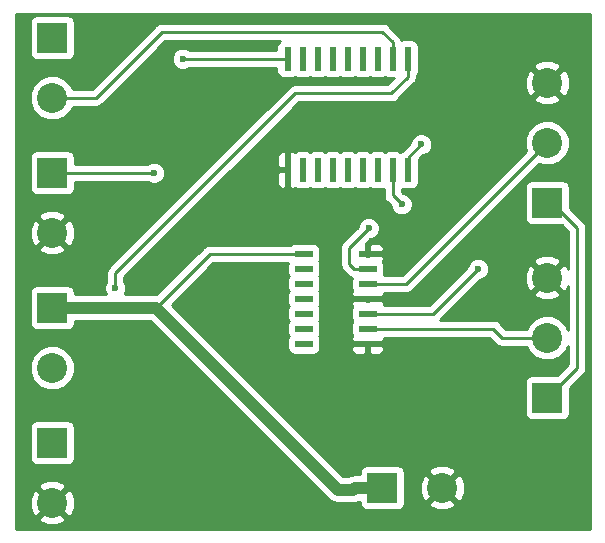
<source format=gbr>
G04 #@! TF.GenerationSoftware,KiCad,Pcbnew,5.0.0-fee4fd1~66~ubuntu16.04.1*
G04 #@! TF.CreationDate,2018-09-27T13:50:44+02:00*
G04 #@! TF.ProjectId,LedDimmer_ESP8266,4C656444696D6D65725F455350383236,rev?*
G04 #@! TF.SameCoordinates,Original*
G04 #@! TF.FileFunction,Copper,L2,Bot,Signal*
G04 #@! TF.FilePolarity,Positive*
%FSLAX46Y46*%
G04 Gerber Fmt 4.6, Leading zero omitted, Abs format (unit mm)*
G04 Created by KiCad (PCBNEW 5.0.0-fee4fd1~66~ubuntu16.04.1) date Thu Sep 27 13:50:44 2018*
%MOMM*%
%LPD*%
G01*
G04 APERTURE LIST*
G04 #@! TA.AperFunction,ComponentPad*
%ADD10R,2.540000X2.540000*%
G04 #@! TD*
G04 #@! TA.AperFunction,ComponentPad*
%ADD11C,2.540000*%
G04 #@! TD*
G04 #@! TA.AperFunction,SMDPad,CuDef*
%ADD12R,0.600000X2.000000*%
G04 #@! TD*
G04 #@! TA.AperFunction,SMDPad,CuDef*
%ADD13R,1.500000X0.600000*%
G04 #@! TD*
G04 #@! TA.AperFunction,ViaPad*
%ADD14C,0.600000*%
G04 #@! TD*
G04 #@! TA.AperFunction,Conductor*
%ADD15C,0.250000*%
G04 #@! TD*
G04 #@! TA.AperFunction,Conductor*
%ADD16C,1.000000*%
G04 #@! TD*
G04 #@! TA.AperFunction,Conductor*
%ADD17C,0.254000*%
G04 #@! TD*
G04 APERTURE END LIST*
D10*
G04 #@! TO.P,5VIN1,1*
G04 #@! TO.N,VCC*
X172720000Y-116840000D03*
D11*
G04 #@! TO.P,5VIN1,2*
G04 #@! TO.N,GND*
X177800000Y-116840000D03*
G04 #@! TD*
D10*
G04 #@! TO.P,BT1,1*
G04 #@! TO.N,/BTN1*
X144780000Y-113030000D03*
D11*
G04 #@! TO.P,BT1,2*
G04 #@! TO.N,GND*
X144780000Y-118110000D03*
G04 #@! TD*
D10*
G04 #@! TO.P,BT2,1*
G04 #@! TO.N,/BTN2*
X144780000Y-90170000D03*
D11*
G04 #@! TO.P,BT2,2*
G04 #@! TO.N,GND*
X144780000Y-95250000D03*
G04 #@! TD*
D12*
G04 #@! TO.P,IC1,1*
G04 #@! TO.N,/L1*
X174879000Y-89917000D03*
G04 #@! TO.P,IC1,2*
G04 #@! TO.N,/L2*
X173609000Y-89917000D03*
G04 #@! TO.P,IC1,3*
G04 #@! TO.N,Net-(IC1-Pad3)*
X172339000Y-89917000D03*
G04 #@! TO.P,IC1,4*
G04 #@! TO.N,Net-(IC1-Pad4)*
X171069000Y-89917000D03*
G04 #@! TO.P,IC1,5*
G04 #@! TO.N,Net-(IC1-Pad5)*
X169799000Y-89917000D03*
G04 #@! TO.P,IC1,6*
G04 #@! TO.N,Net-(IC1-Pad6)*
X168529000Y-89917000D03*
G04 #@! TO.P,IC1,7*
G04 #@! TO.N,Net-(IC1-Pad7)*
X167259000Y-89917000D03*
G04 #@! TO.P,IC1,8*
G04 #@! TO.N,Net-(IC1-Pad8)*
X165989000Y-89917000D03*
G04 #@! TO.P,IC1,9*
G04 #@! TO.N,GND*
X164719000Y-89917000D03*
G04 #@! TO.P,IC1,10*
G04 #@! TO.N,VCC*
X164719000Y-80517000D03*
G04 #@! TO.P,IC1,11*
G04 #@! TO.N,Net-(IC1-Pad11)*
X165989000Y-80517000D03*
G04 #@! TO.P,IC1,12*
G04 #@! TO.N,Net-(IC1-Pad12)*
X167259000Y-80517000D03*
G04 #@! TO.P,IC1,13*
G04 #@! TO.N,Net-(IC1-Pad13)*
X168529000Y-80517000D03*
G04 #@! TO.P,IC1,14*
G04 #@! TO.N,Net-(IC1-Pad14)*
X169799000Y-80517000D03*
G04 #@! TO.P,IC1,15*
G04 #@! TO.N,Net-(IC1-Pad15)*
X171069000Y-80517000D03*
G04 #@! TO.P,IC1,16*
G04 #@! TO.N,Net-(IC1-Pad16)*
X172339000Y-80517000D03*
G04 #@! TO.P,IC1,17*
G04 #@! TO.N,/LED2*
X173609000Y-80517000D03*
G04 #@! TO.P,IC1,18*
G04 #@! TO.N,/LED1*
X174879000Y-80517000D03*
G04 #@! TD*
D10*
G04 #@! TO.P,LED_BT1,1*
G04 #@! TO.N,VCC*
X144780000Y-101600000D03*
D11*
G04 #@! TO.P,LED_BT1,2*
G04 #@! TO.N,/LED1*
X144780000Y-106680000D03*
G04 #@! TD*
D10*
G04 #@! TO.P,LED_BT2,1*
G04 #@! TO.N,VCC*
X144780000Y-78740000D03*
D11*
G04 #@! TO.P,LED_BT2,2*
G04 #@! TO.N,/LED2*
X144780000Y-83820000D03*
G04 #@! TD*
D10*
G04 #@! TO.P,LED_STRIP_1,1*
G04 #@! TO.N,VCC*
X186690000Y-92710000D03*
D11*
G04 #@! TO.P,LED_STRIP_1,2*
G04 #@! TO.N,/OUT1*
X186690000Y-87630000D03*
G04 #@! TO.P,LED_STRIP_1,3*
G04 #@! TO.N,GND*
X186690000Y-82550000D03*
G04 #@! TD*
D10*
G04 #@! TO.P,LED_STRIP_2,1*
G04 #@! TO.N,VCC*
X186690000Y-109220000D03*
D11*
G04 #@! TO.P,LED_STRIP_2,2*
G04 #@! TO.N,/OUT2*
X186690000Y-104140000D03*
G04 #@! TO.P,LED_STRIP_2,3*
G04 #@! TO.N,GND*
X186690000Y-99060000D03*
G04 #@! TD*
D13*
G04 #@! TO.P,U3,1*
G04 #@! TO.N,GND*
X171483000Y-97028000D03*
G04 #@! TO.P,U3,2*
G04 #@! TO.N,/O1*
X171483000Y-98298000D03*
G04 #@! TO.P,U3,3*
G04 #@! TO.N,/OUT1*
X171483000Y-99568000D03*
G04 #@! TO.P,U3,4*
G04 #@! TO.N,GND*
X171483000Y-100838000D03*
G04 #@! TO.P,U3,5*
G04 #@! TO.N,/O2*
X171483000Y-102108000D03*
G04 #@! TO.P,U3,6*
G04 #@! TO.N,/OUT2*
X171483000Y-103378000D03*
G04 #@! TO.P,U3,7*
G04 #@! TO.N,GND*
X171483000Y-104648000D03*
G04 #@! TO.P,U3,8*
G04 #@! TO.N,Net-(U3-Pad8)*
X166083000Y-104648000D03*
G04 #@! TO.P,U3,9*
G04 #@! TO.N,Net-(U3-Pad9)*
X166083000Y-103378000D03*
G04 #@! TO.P,U3,10*
G04 #@! TO.N,Net-(U3-Pad10)*
X166083000Y-102108000D03*
G04 #@! TO.P,U3,11*
G04 #@! TO.N,Net-(U3-Pad11)*
X166083000Y-100838000D03*
G04 #@! TO.P,U3,12*
G04 #@! TO.N,Net-(U3-Pad12)*
X166083000Y-99568000D03*
G04 #@! TO.P,U3,13*
G04 #@! TO.N,Net-(U3-Pad13)*
X166083000Y-98298000D03*
G04 #@! TO.P,U3,14*
G04 #@! TO.N,VCC*
X166083000Y-97028000D03*
G04 #@! TD*
D14*
G04 #@! TO.N,/BTN2*
X153416000Y-90170000D03*
G04 #@! TO.N,/L1*
X176022000Y-87757000D03*
G04 #@! TO.N,/L2*
X174371000Y-92837000D03*
G04 #@! TO.N,/LED1*
X150114000Y-99949000D03*
G04 #@! TO.N,/O2*
X180848000Y-98298000D03*
G04 #@! TO.N,/O1*
X171577000Y-94869000D03*
G04 #@! TO.N,VCC*
X155829000Y-80518000D03*
G04 #@! TD*
D15*
G04 #@! TO.N,GND*
X144780000Y-95250000D02*
X144526000Y-95250000D01*
G04 #@! TO.N,/BTN2*
X144780000Y-90170000D02*
X153416000Y-90170000D01*
G04 #@! TO.N,/L1*
X174879000Y-88900000D02*
X174879000Y-89917000D01*
X176022000Y-87757000D02*
X174879000Y-88900000D01*
G04 #@! TO.N,/L2*
X173609000Y-92075000D02*
X173609000Y-89917000D01*
X174371000Y-92837000D02*
X173609000Y-92075000D01*
G04 #@! TO.N,/LED2*
X144780000Y-83820000D02*
X148463000Y-83820000D01*
X173609000Y-79121000D02*
X173609000Y-80517000D01*
X172720000Y-78232000D02*
X173609000Y-79121000D01*
X154051000Y-78232000D02*
X172720000Y-78232000D01*
X148463000Y-83820000D02*
X154051000Y-78232000D01*
G04 #@! TO.N,/LED1*
X174879000Y-80517000D02*
X174879000Y-82042000D01*
X150114000Y-98679000D02*
X150114000Y-99949000D01*
X165354000Y-83439000D02*
X150114000Y-98679000D01*
X173482000Y-83439000D02*
X165354000Y-83439000D01*
X174879000Y-82042000D02*
X173482000Y-83439000D01*
G04 #@! TO.N,/OUT1*
X171483000Y-99568000D02*
X174752000Y-99568000D01*
X174752000Y-99568000D02*
X186690000Y-87630000D01*
G04 #@! TO.N,/OUT2*
X171483000Y-103378000D02*
X182118000Y-103378000D01*
X182880000Y-104140000D02*
X186690000Y-104140000D01*
X182118000Y-103378000D02*
X182880000Y-104140000D01*
G04 #@! TO.N,/O2*
X177038000Y-102108000D02*
X171483000Y-102108000D01*
X180848000Y-98298000D02*
X177038000Y-102108000D01*
G04 #@! TO.N,/O1*
X170307000Y-98298000D02*
X171483000Y-98298000D01*
X169926000Y-97917000D02*
X170307000Y-98298000D01*
X169926000Y-96520000D02*
X169926000Y-97917000D01*
X171577000Y-94869000D02*
X169926000Y-96520000D01*
G04 #@! TO.N,VCC*
X186690000Y-92710000D02*
X187071000Y-92710000D01*
X187071000Y-92710000D02*
X189230000Y-94869000D01*
X189230000Y-94869000D02*
X189230000Y-106680000D01*
X189230000Y-106680000D02*
X186690000Y-109220000D01*
X164719000Y-80517000D02*
X155830000Y-80517000D01*
X155830000Y-80517000D02*
X155829000Y-80518000D01*
X166083000Y-97028000D02*
X158115000Y-97028000D01*
X158115000Y-97028000D02*
X153543000Y-101600000D01*
D16*
X170450000Y-116840000D02*
X170290000Y-117000000D01*
X172720000Y-116840000D02*
X170450000Y-116840000D01*
X168943000Y-117000000D02*
X153543000Y-101600000D01*
X170290000Y-117000000D02*
X168943000Y-117000000D01*
X144780000Y-101600000D02*
X153543000Y-101600000D01*
G04 #@! TD*
D17*
G04 #@! TO.N,GND*
G36*
X190290001Y-120290000D02*
X141710000Y-120290000D01*
X141710000Y-119457777D01*
X143611828Y-119457777D01*
X143743520Y-119752657D01*
X144451036Y-120024261D01*
X145208632Y-120004436D01*
X145816480Y-119752657D01*
X145948172Y-119457777D01*
X144780000Y-118289605D01*
X143611828Y-119457777D01*
X141710000Y-119457777D01*
X141710000Y-117781036D01*
X142865739Y-117781036D01*
X142885564Y-118538632D01*
X143137343Y-119146480D01*
X143432223Y-119278172D01*
X144600395Y-118110000D01*
X144959605Y-118110000D01*
X146127777Y-119278172D01*
X146422657Y-119146480D01*
X146694261Y-118438964D01*
X146674436Y-117681368D01*
X146422657Y-117073520D01*
X146127777Y-116941828D01*
X144959605Y-118110000D01*
X144600395Y-118110000D01*
X143432223Y-116941828D01*
X143137343Y-117073520D01*
X142865739Y-117781036D01*
X141710000Y-117781036D01*
X141710000Y-116762223D01*
X143611828Y-116762223D01*
X144780000Y-117930395D01*
X145948172Y-116762223D01*
X145816480Y-116467343D01*
X145108964Y-116195739D01*
X144351368Y-116215564D01*
X143743520Y-116467343D01*
X143611828Y-116762223D01*
X141710000Y-116762223D01*
X141710000Y-111760000D01*
X142862560Y-111760000D01*
X142862560Y-114300000D01*
X142911843Y-114547765D01*
X143052191Y-114757809D01*
X143262235Y-114898157D01*
X143510000Y-114947440D01*
X146050000Y-114947440D01*
X146297765Y-114898157D01*
X146507809Y-114757809D01*
X146648157Y-114547765D01*
X146697440Y-114300000D01*
X146697440Y-111760000D01*
X146648157Y-111512235D01*
X146507809Y-111302191D01*
X146297765Y-111161843D01*
X146050000Y-111112560D01*
X143510000Y-111112560D01*
X143262235Y-111161843D01*
X143052191Y-111302191D01*
X142911843Y-111512235D01*
X142862560Y-111760000D01*
X141710000Y-111760000D01*
X141710000Y-106301072D01*
X142875000Y-106301072D01*
X142875000Y-107058928D01*
X143165019Y-107759096D01*
X143700904Y-108294981D01*
X144401072Y-108585000D01*
X145158928Y-108585000D01*
X145859096Y-108294981D01*
X146394981Y-107759096D01*
X146685000Y-107058928D01*
X146685000Y-106301072D01*
X146394981Y-105600904D01*
X145859096Y-105065019D01*
X145158928Y-104775000D01*
X144401072Y-104775000D01*
X143700904Y-105065019D01*
X143165019Y-105600904D01*
X142875000Y-106301072D01*
X141710000Y-106301072D01*
X141710000Y-100330000D01*
X142862560Y-100330000D01*
X142862560Y-102870000D01*
X142911843Y-103117765D01*
X143052191Y-103327809D01*
X143262235Y-103468157D01*
X143510000Y-103517440D01*
X146050000Y-103517440D01*
X146297765Y-103468157D01*
X146507809Y-103327809D01*
X146648157Y-103117765D01*
X146697440Y-102870000D01*
X146697440Y-102735000D01*
X153072869Y-102735000D01*
X168061389Y-117723521D01*
X168124711Y-117818289D01*
X168359246Y-117975000D01*
X168500145Y-118069146D01*
X168943000Y-118157235D01*
X169054783Y-118135000D01*
X170178217Y-118135000D01*
X170290000Y-118157235D01*
X170401783Y-118135000D01*
X170732855Y-118069146D01*
X170802560Y-118022571D01*
X170802560Y-118110000D01*
X170851843Y-118357765D01*
X170992191Y-118567809D01*
X171202235Y-118708157D01*
X171450000Y-118757440D01*
X173990000Y-118757440D01*
X174237765Y-118708157D01*
X174447809Y-118567809D01*
X174588157Y-118357765D01*
X174621969Y-118187777D01*
X176631828Y-118187777D01*
X176763520Y-118482657D01*
X177471036Y-118754261D01*
X178228632Y-118734436D01*
X178836480Y-118482657D01*
X178968172Y-118187777D01*
X177800000Y-117019605D01*
X176631828Y-118187777D01*
X174621969Y-118187777D01*
X174637440Y-118110000D01*
X174637440Y-116511036D01*
X175885739Y-116511036D01*
X175905564Y-117268632D01*
X176157343Y-117876480D01*
X176452223Y-118008172D01*
X177620395Y-116840000D01*
X177979605Y-116840000D01*
X179147777Y-118008172D01*
X179442657Y-117876480D01*
X179714261Y-117168964D01*
X179694436Y-116411368D01*
X179442657Y-115803520D01*
X179147777Y-115671828D01*
X177979605Y-116840000D01*
X177620395Y-116840000D01*
X176452223Y-115671828D01*
X176157343Y-115803520D01*
X175885739Y-116511036D01*
X174637440Y-116511036D01*
X174637440Y-115570000D01*
X174621970Y-115492223D01*
X176631828Y-115492223D01*
X177800000Y-116660395D01*
X178968172Y-115492223D01*
X178836480Y-115197343D01*
X178128964Y-114925739D01*
X177371368Y-114945564D01*
X176763520Y-115197343D01*
X176631828Y-115492223D01*
X174621970Y-115492223D01*
X174588157Y-115322235D01*
X174447809Y-115112191D01*
X174237765Y-114971843D01*
X173990000Y-114922560D01*
X171450000Y-114922560D01*
X171202235Y-114971843D01*
X170992191Y-115112191D01*
X170851843Y-115322235D01*
X170802560Y-115570000D01*
X170802560Y-115705000D01*
X170561782Y-115705000D01*
X170449999Y-115682765D01*
X170189480Y-115734585D01*
X170007145Y-115770854D01*
X169866246Y-115865000D01*
X169413132Y-115865000D01*
X154882966Y-101334835D01*
X158429803Y-97788000D01*
X164727331Y-97788000D01*
X164685560Y-97998000D01*
X164685560Y-98598000D01*
X164734843Y-98845765D01*
X164793132Y-98933000D01*
X164734843Y-99020235D01*
X164685560Y-99268000D01*
X164685560Y-99868000D01*
X164734843Y-100115765D01*
X164793132Y-100203000D01*
X164734843Y-100290235D01*
X164685560Y-100538000D01*
X164685560Y-101138000D01*
X164734843Y-101385765D01*
X164793132Y-101473000D01*
X164734843Y-101560235D01*
X164685560Y-101808000D01*
X164685560Y-102408000D01*
X164734843Y-102655765D01*
X164793132Y-102743000D01*
X164734843Y-102830235D01*
X164685560Y-103078000D01*
X164685560Y-103678000D01*
X164734843Y-103925765D01*
X164793132Y-104013000D01*
X164734843Y-104100235D01*
X164685560Y-104348000D01*
X164685560Y-104948000D01*
X164734843Y-105195765D01*
X164875191Y-105405809D01*
X165085235Y-105546157D01*
X165333000Y-105595440D01*
X166833000Y-105595440D01*
X167080765Y-105546157D01*
X167290809Y-105405809D01*
X167431157Y-105195765D01*
X167480440Y-104948000D01*
X167480440Y-104933750D01*
X170098000Y-104933750D01*
X170098000Y-105074310D01*
X170194673Y-105307699D01*
X170373302Y-105486327D01*
X170606691Y-105583000D01*
X171197250Y-105583000D01*
X171356000Y-105424250D01*
X171356000Y-104775000D01*
X171610000Y-104775000D01*
X171610000Y-105424250D01*
X171768750Y-105583000D01*
X172359309Y-105583000D01*
X172592698Y-105486327D01*
X172771327Y-105307699D01*
X172868000Y-105074310D01*
X172868000Y-104933750D01*
X172709250Y-104775000D01*
X171610000Y-104775000D01*
X171356000Y-104775000D01*
X170256750Y-104775000D01*
X170098000Y-104933750D01*
X167480440Y-104933750D01*
X167480440Y-104348000D01*
X167431157Y-104100235D01*
X167372868Y-104013000D01*
X167431157Y-103925765D01*
X167480440Y-103678000D01*
X167480440Y-103078000D01*
X167431157Y-102830235D01*
X167372868Y-102743000D01*
X167431157Y-102655765D01*
X167480440Y-102408000D01*
X167480440Y-101808000D01*
X170085560Y-101808000D01*
X170085560Y-102408000D01*
X170134843Y-102655765D01*
X170193132Y-102743000D01*
X170134843Y-102830235D01*
X170085560Y-103078000D01*
X170085560Y-103678000D01*
X170134843Y-103925765D01*
X170187768Y-104004972D01*
X170098000Y-104221690D01*
X170098000Y-104362250D01*
X170256750Y-104521000D01*
X171356000Y-104521000D01*
X171356000Y-104501000D01*
X171610000Y-104501000D01*
X171610000Y-104521000D01*
X172709250Y-104521000D01*
X172868000Y-104362250D01*
X172868000Y-104221690D01*
X172833334Y-104138000D01*
X181803199Y-104138000D01*
X182289671Y-104624473D01*
X182332071Y-104687929D01*
X182395527Y-104730329D01*
X182583462Y-104855904D01*
X182631605Y-104865480D01*
X182805148Y-104900000D01*
X182805152Y-104900000D01*
X182880000Y-104914888D01*
X182954848Y-104900000D01*
X184942845Y-104900000D01*
X185075019Y-105219096D01*
X185610904Y-105754981D01*
X186311072Y-106045000D01*
X187068928Y-106045000D01*
X187769096Y-105754981D01*
X188304981Y-105219096D01*
X188470001Y-104820703D01*
X188470001Y-106365196D01*
X187532638Y-107302560D01*
X185420000Y-107302560D01*
X185172235Y-107351843D01*
X184962191Y-107492191D01*
X184821843Y-107702235D01*
X184772560Y-107950000D01*
X184772560Y-110490000D01*
X184821843Y-110737765D01*
X184962191Y-110947809D01*
X185172235Y-111088157D01*
X185420000Y-111137440D01*
X187960000Y-111137440D01*
X188207765Y-111088157D01*
X188417809Y-110947809D01*
X188558157Y-110737765D01*
X188607440Y-110490000D01*
X188607440Y-108377362D01*
X189714476Y-107270327D01*
X189777929Y-107227929D01*
X189820327Y-107164476D01*
X189820329Y-107164474D01*
X189945903Y-106976538D01*
X189945904Y-106976537D01*
X189990000Y-106754852D01*
X189990000Y-106754848D01*
X190004888Y-106680001D01*
X189990000Y-106605154D01*
X189990000Y-94943846D01*
X190004888Y-94868999D01*
X189990000Y-94794152D01*
X189990000Y-94794148D01*
X189945904Y-94572463D01*
X189777929Y-94321071D01*
X189714473Y-94278671D01*
X188607440Y-93171639D01*
X188607440Y-91440000D01*
X188558157Y-91192235D01*
X188417809Y-90982191D01*
X188207765Y-90841843D01*
X187960000Y-90792560D01*
X185420000Y-90792560D01*
X185172235Y-90841843D01*
X184962191Y-90982191D01*
X184821843Y-91192235D01*
X184772560Y-91440000D01*
X184772560Y-93980000D01*
X184821843Y-94227765D01*
X184962191Y-94437809D01*
X185172235Y-94578157D01*
X185420000Y-94627440D01*
X187913638Y-94627440D01*
X188470000Y-95183802D01*
X188470000Y-98355096D01*
X188332657Y-98023520D01*
X188037777Y-97891828D01*
X186869605Y-99060000D01*
X188037777Y-100228172D01*
X188332657Y-100096480D01*
X188470000Y-99738707D01*
X188470001Y-103459297D01*
X188304981Y-103060904D01*
X187769096Y-102525019D01*
X187068928Y-102235000D01*
X186311072Y-102235000D01*
X185610904Y-102525019D01*
X185075019Y-103060904D01*
X184942845Y-103380000D01*
X183194802Y-103380000D01*
X182708331Y-102893530D01*
X182665929Y-102830071D01*
X182414537Y-102662096D01*
X182192852Y-102618000D01*
X182192847Y-102618000D01*
X182118000Y-102603112D01*
X182043153Y-102618000D01*
X177611272Y-102618000D01*
X177628331Y-102592470D01*
X179813024Y-100407777D01*
X185521828Y-100407777D01*
X185653520Y-100702657D01*
X186361036Y-100974261D01*
X187118632Y-100954436D01*
X187726480Y-100702657D01*
X187858172Y-100407777D01*
X186690000Y-99239605D01*
X185521828Y-100407777D01*
X179813024Y-100407777D01*
X180987802Y-99233000D01*
X181033983Y-99233000D01*
X181377635Y-99090655D01*
X181640655Y-98827635D01*
X181680667Y-98731036D01*
X184775739Y-98731036D01*
X184795564Y-99488632D01*
X185047343Y-100096480D01*
X185342223Y-100228172D01*
X186510395Y-99060000D01*
X185342223Y-97891828D01*
X185047343Y-98023520D01*
X184775739Y-98731036D01*
X181680667Y-98731036D01*
X181783000Y-98483983D01*
X181783000Y-98112017D01*
X181640655Y-97768365D01*
X181584513Y-97712223D01*
X185521828Y-97712223D01*
X186690000Y-98880395D01*
X187858172Y-97712223D01*
X187726480Y-97417343D01*
X187018964Y-97145739D01*
X186261368Y-97165564D01*
X185653520Y-97417343D01*
X185521828Y-97712223D01*
X181584513Y-97712223D01*
X181377635Y-97505345D01*
X181033983Y-97363000D01*
X180662017Y-97363000D01*
X180318365Y-97505345D01*
X180055345Y-97768365D01*
X179913000Y-98112017D01*
X179913000Y-98158198D01*
X176723199Y-101348000D01*
X172833334Y-101348000D01*
X172868000Y-101264310D01*
X172868000Y-101123750D01*
X172709250Y-100965000D01*
X171610000Y-100965000D01*
X171610000Y-100985000D01*
X171356000Y-100985000D01*
X171356000Y-100965000D01*
X170256750Y-100965000D01*
X170098000Y-101123750D01*
X170098000Y-101264310D01*
X170187768Y-101481028D01*
X170134843Y-101560235D01*
X170085560Y-101808000D01*
X167480440Y-101808000D01*
X167431157Y-101560235D01*
X167372868Y-101473000D01*
X167431157Y-101385765D01*
X167480440Y-101138000D01*
X167480440Y-100538000D01*
X167431157Y-100290235D01*
X167372868Y-100203000D01*
X167431157Y-100115765D01*
X167480440Y-99868000D01*
X167480440Y-99268000D01*
X167431157Y-99020235D01*
X167372868Y-98933000D01*
X167431157Y-98845765D01*
X167480440Y-98598000D01*
X167480440Y-97998000D01*
X167431157Y-97750235D01*
X167372868Y-97663000D01*
X167431157Y-97575765D01*
X167480440Y-97328000D01*
X167480440Y-96728000D01*
X167439067Y-96520000D01*
X169151112Y-96520000D01*
X169166000Y-96594847D01*
X169166001Y-97842149D01*
X169151112Y-97917000D01*
X169210097Y-98213537D01*
X169322971Y-98382464D01*
X169378072Y-98464929D01*
X169441527Y-98507329D01*
X169716671Y-98782472D01*
X169759071Y-98845929D01*
X170010463Y-99013904D01*
X170131320Y-99037944D01*
X170085560Y-99268000D01*
X170085560Y-99868000D01*
X170134843Y-100115765D01*
X170187768Y-100194972D01*
X170098000Y-100411690D01*
X170098000Y-100552250D01*
X170256750Y-100711000D01*
X171356000Y-100711000D01*
X171356000Y-100691000D01*
X171610000Y-100691000D01*
X171610000Y-100711000D01*
X172709250Y-100711000D01*
X172868000Y-100552250D01*
X172868000Y-100411690D01*
X172833334Y-100328000D01*
X174677153Y-100328000D01*
X174752000Y-100342888D01*
X174826847Y-100328000D01*
X174826852Y-100328000D01*
X175048537Y-100283904D01*
X175299929Y-100115929D01*
X175342331Y-100052470D01*
X185991976Y-89402826D01*
X186311072Y-89535000D01*
X187068928Y-89535000D01*
X187769096Y-89244981D01*
X188304981Y-88709096D01*
X188595000Y-88008928D01*
X188595000Y-87251072D01*
X188304981Y-86550904D01*
X187769096Y-86015019D01*
X187068928Y-85725000D01*
X186311072Y-85725000D01*
X185610904Y-86015019D01*
X185075019Y-86550904D01*
X184785000Y-87251072D01*
X184785000Y-88008928D01*
X184917174Y-88328024D01*
X174437199Y-98808000D01*
X172838669Y-98808000D01*
X172880440Y-98598000D01*
X172880440Y-97998000D01*
X172831157Y-97750235D01*
X172778232Y-97671028D01*
X172868000Y-97454310D01*
X172868000Y-97313750D01*
X172709250Y-97155000D01*
X171610000Y-97155000D01*
X171610000Y-97175000D01*
X171356000Y-97175000D01*
X171356000Y-97155000D01*
X171336000Y-97155000D01*
X171336000Y-96901000D01*
X171356000Y-96901000D01*
X171356000Y-96251750D01*
X171610000Y-96251750D01*
X171610000Y-96901000D01*
X172709250Y-96901000D01*
X172868000Y-96742250D01*
X172868000Y-96601690D01*
X172771327Y-96368301D01*
X172592698Y-96189673D01*
X172359309Y-96093000D01*
X171768750Y-96093000D01*
X171610000Y-96251750D01*
X171356000Y-96251750D01*
X171312526Y-96208276D01*
X171716802Y-95804000D01*
X171762983Y-95804000D01*
X172106635Y-95661655D01*
X172369655Y-95398635D01*
X172512000Y-95054983D01*
X172512000Y-94683017D01*
X172369655Y-94339365D01*
X172106635Y-94076345D01*
X171762983Y-93934000D01*
X171391017Y-93934000D01*
X171047365Y-94076345D01*
X170784345Y-94339365D01*
X170642000Y-94683017D01*
X170642000Y-94729198D01*
X169441530Y-95929669D01*
X169378071Y-95972071D01*
X169210096Y-96223464D01*
X169166000Y-96445149D01*
X169166000Y-96445153D01*
X169151112Y-96520000D01*
X167439067Y-96520000D01*
X167431157Y-96480235D01*
X167290809Y-96270191D01*
X167080765Y-96129843D01*
X166833000Y-96080560D01*
X165333000Y-96080560D01*
X165085235Y-96129843D01*
X164878470Y-96268000D01*
X158189846Y-96268000D01*
X158114999Y-96253112D01*
X158040152Y-96268000D01*
X158040148Y-96268000D01*
X157818463Y-96312096D01*
X157818461Y-96312097D01*
X157818462Y-96312097D01*
X157630526Y-96437671D01*
X157630524Y-96437673D01*
X157567071Y-96480071D01*
X157524673Y-96543524D01*
X153611757Y-100456442D01*
X153543000Y-100442765D01*
X153431217Y-100465000D01*
X150912303Y-100465000D01*
X151049000Y-100134983D01*
X151049000Y-99763017D01*
X150906655Y-99419365D01*
X150874000Y-99386710D01*
X150874000Y-98993801D01*
X159665051Y-90202750D01*
X163784000Y-90202750D01*
X163784000Y-91043309D01*
X163880673Y-91276698D01*
X164059301Y-91455327D01*
X164292690Y-91552000D01*
X164433250Y-91552000D01*
X164592000Y-91393250D01*
X164592000Y-90044000D01*
X163942750Y-90044000D01*
X163784000Y-90202750D01*
X159665051Y-90202750D01*
X161077110Y-88790691D01*
X163784000Y-88790691D01*
X163784000Y-89631250D01*
X163942750Y-89790000D01*
X164592000Y-89790000D01*
X164592000Y-88440750D01*
X164846000Y-88440750D01*
X164846000Y-89790000D01*
X164866000Y-89790000D01*
X164866000Y-90044000D01*
X164846000Y-90044000D01*
X164846000Y-91393250D01*
X165004750Y-91552000D01*
X165145310Y-91552000D01*
X165362028Y-91462232D01*
X165441235Y-91515157D01*
X165689000Y-91564440D01*
X166289000Y-91564440D01*
X166536765Y-91515157D01*
X166624000Y-91456868D01*
X166711235Y-91515157D01*
X166959000Y-91564440D01*
X167559000Y-91564440D01*
X167806765Y-91515157D01*
X167894000Y-91456868D01*
X167981235Y-91515157D01*
X168229000Y-91564440D01*
X168829000Y-91564440D01*
X169076765Y-91515157D01*
X169164000Y-91456868D01*
X169251235Y-91515157D01*
X169499000Y-91564440D01*
X170099000Y-91564440D01*
X170346765Y-91515157D01*
X170434000Y-91456868D01*
X170521235Y-91515157D01*
X170769000Y-91564440D01*
X171369000Y-91564440D01*
X171616765Y-91515157D01*
X171704000Y-91456868D01*
X171791235Y-91515157D01*
X172039000Y-91564440D01*
X172639000Y-91564440D01*
X172849000Y-91522669D01*
X172849000Y-92000153D01*
X172834112Y-92075000D01*
X172849000Y-92149847D01*
X172849000Y-92149851D01*
X172893096Y-92371536D01*
X173061071Y-92622929D01*
X173124530Y-92665331D01*
X173436000Y-92976801D01*
X173436000Y-93022983D01*
X173578345Y-93366635D01*
X173841365Y-93629655D01*
X174185017Y-93772000D01*
X174556983Y-93772000D01*
X174900635Y-93629655D01*
X175163655Y-93366635D01*
X175306000Y-93022983D01*
X175306000Y-92651017D01*
X175163655Y-92307365D01*
X174900635Y-92044345D01*
X174556983Y-91902000D01*
X174510801Y-91902000D01*
X174369000Y-91760199D01*
X174369000Y-91522669D01*
X174579000Y-91564440D01*
X175179000Y-91564440D01*
X175426765Y-91515157D01*
X175636809Y-91374809D01*
X175777157Y-91164765D01*
X175826440Y-90917000D01*
X175826440Y-89027361D01*
X176161802Y-88692000D01*
X176207983Y-88692000D01*
X176551635Y-88549655D01*
X176814655Y-88286635D01*
X176957000Y-87942983D01*
X176957000Y-87571017D01*
X176814655Y-87227365D01*
X176551635Y-86964345D01*
X176207983Y-86822000D01*
X175836017Y-86822000D01*
X175492365Y-86964345D01*
X175229345Y-87227365D01*
X175087000Y-87571017D01*
X175087000Y-87617198D01*
X174398794Y-88305405D01*
X174331235Y-88318843D01*
X174244000Y-88377132D01*
X174156765Y-88318843D01*
X173909000Y-88269560D01*
X173309000Y-88269560D01*
X173061235Y-88318843D01*
X172974000Y-88377132D01*
X172886765Y-88318843D01*
X172639000Y-88269560D01*
X172039000Y-88269560D01*
X171791235Y-88318843D01*
X171704000Y-88377132D01*
X171616765Y-88318843D01*
X171369000Y-88269560D01*
X170769000Y-88269560D01*
X170521235Y-88318843D01*
X170434000Y-88377132D01*
X170346765Y-88318843D01*
X170099000Y-88269560D01*
X169499000Y-88269560D01*
X169251235Y-88318843D01*
X169164000Y-88377132D01*
X169076765Y-88318843D01*
X168829000Y-88269560D01*
X168229000Y-88269560D01*
X167981235Y-88318843D01*
X167894000Y-88377132D01*
X167806765Y-88318843D01*
X167559000Y-88269560D01*
X166959000Y-88269560D01*
X166711235Y-88318843D01*
X166624000Y-88377132D01*
X166536765Y-88318843D01*
X166289000Y-88269560D01*
X165689000Y-88269560D01*
X165441235Y-88318843D01*
X165362028Y-88371768D01*
X165145310Y-88282000D01*
X165004750Y-88282000D01*
X164846000Y-88440750D01*
X164592000Y-88440750D01*
X164433250Y-88282000D01*
X164292690Y-88282000D01*
X164059301Y-88378673D01*
X163880673Y-88557302D01*
X163784000Y-88790691D01*
X161077110Y-88790691D01*
X165668802Y-84199000D01*
X173407153Y-84199000D01*
X173482000Y-84213888D01*
X173556847Y-84199000D01*
X173556852Y-84199000D01*
X173778537Y-84154904D01*
X174029929Y-83986929D01*
X174072331Y-83923470D01*
X174098024Y-83897777D01*
X185521828Y-83897777D01*
X185653520Y-84192657D01*
X186361036Y-84464261D01*
X187118632Y-84444436D01*
X187726480Y-84192657D01*
X187858172Y-83897777D01*
X186690000Y-82729605D01*
X185521828Y-83897777D01*
X174098024Y-83897777D01*
X175363476Y-82632327D01*
X175426929Y-82589929D01*
X175469327Y-82526476D01*
X175469329Y-82526474D01*
X175594903Y-82338538D01*
X175594904Y-82338537D01*
X175618276Y-82221036D01*
X184775739Y-82221036D01*
X184795564Y-82978632D01*
X185047343Y-83586480D01*
X185342223Y-83718172D01*
X186510395Y-82550000D01*
X186869605Y-82550000D01*
X188037777Y-83718172D01*
X188332657Y-83586480D01*
X188604261Y-82878964D01*
X188584436Y-82121368D01*
X188332657Y-81513520D01*
X188037777Y-81381828D01*
X186869605Y-82550000D01*
X186510395Y-82550000D01*
X185342223Y-81381828D01*
X185047343Y-81513520D01*
X184775739Y-82221036D01*
X175618276Y-82221036D01*
X175639000Y-82116852D01*
X175639000Y-82116848D01*
X175653888Y-82042001D01*
X175639671Y-81970526D01*
X175777157Y-81764765D01*
X175826440Y-81517000D01*
X175826440Y-81202223D01*
X185521828Y-81202223D01*
X186690000Y-82370395D01*
X187858172Y-81202223D01*
X187726480Y-80907343D01*
X187018964Y-80635739D01*
X186261368Y-80655564D01*
X185653520Y-80907343D01*
X185521828Y-81202223D01*
X175826440Y-81202223D01*
X175826440Y-79517000D01*
X175777157Y-79269235D01*
X175636809Y-79059191D01*
X175426765Y-78918843D01*
X175179000Y-78869560D01*
X174579000Y-78869560D01*
X174343204Y-78916462D01*
X174324904Y-78824463D01*
X174156929Y-78573071D01*
X174093473Y-78530671D01*
X173310331Y-77747530D01*
X173267929Y-77684071D01*
X173016537Y-77516096D01*
X172794852Y-77472000D01*
X172794847Y-77472000D01*
X172720000Y-77457112D01*
X172645153Y-77472000D01*
X154125846Y-77472000D01*
X154050999Y-77457112D01*
X153976152Y-77472000D01*
X153976148Y-77472000D01*
X153754463Y-77516096D01*
X153754461Y-77516097D01*
X153754462Y-77516097D01*
X153566526Y-77641671D01*
X153566524Y-77641673D01*
X153503071Y-77684071D01*
X153460673Y-77747524D01*
X148148199Y-83060000D01*
X146527155Y-83060000D01*
X146394981Y-82740904D01*
X145859096Y-82205019D01*
X145158928Y-81915000D01*
X144401072Y-81915000D01*
X143700904Y-82205019D01*
X143165019Y-82740904D01*
X142875000Y-83441072D01*
X142875000Y-84198928D01*
X143165019Y-84899096D01*
X143700904Y-85434981D01*
X144401072Y-85725000D01*
X145158928Y-85725000D01*
X145859096Y-85434981D01*
X146394981Y-84899096D01*
X146527155Y-84580000D01*
X148388153Y-84580000D01*
X148463000Y-84594888D01*
X148537847Y-84580000D01*
X148537852Y-84580000D01*
X148759537Y-84535904D01*
X149010929Y-84367929D01*
X149053331Y-84304470D01*
X154365803Y-78992000D01*
X164061749Y-78992000D01*
X163961191Y-79059191D01*
X163820843Y-79269235D01*
X163771560Y-79517000D01*
X163771560Y-79757000D01*
X156390290Y-79757000D01*
X156358635Y-79725345D01*
X156014983Y-79583000D01*
X155643017Y-79583000D01*
X155299365Y-79725345D01*
X155036345Y-79988365D01*
X154894000Y-80332017D01*
X154894000Y-80703983D01*
X155036345Y-81047635D01*
X155299365Y-81310655D01*
X155643017Y-81453000D01*
X156014983Y-81453000D01*
X156358635Y-81310655D01*
X156392290Y-81277000D01*
X163771560Y-81277000D01*
X163771560Y-81517000D01*
X163820843Y-81764765D01*
X163961191Y-81974809D01*
X164171235Y-82115157D01*
X164419000Y-82164440D01*
X165019000Y-82164440D01*
X165266765Y-82115157D01*
X165354000Y-82056868D01*
X165441235Y-82115157D01*
X165689000Y-82164440D01*
X166289000Y-82164440D01*
X166536765Y-82115157D01*
X166624000Y-82056868D01*
X166711235Y-82115157D01*
X166959000Y-82164440D01*
X167559000Y-82164440D01*
X167806765Y-82115157D01*
X167894000Y-82056868D01*
X167981235Y-82115157D01*
X168229000Y-82164440D01*
X168829000Y-82164440D01*
X169076765Y-82115157D01*
X169164000Y-82056868D01*
X169251235Y-82115157D01*
X169499000Y-82164440D01*
X170099000Y-82164440D01*
X170346765Y-82115157D01*
X170434000Y-82056868D01*
X170521235Y-82115157D01*
X170769000Y-82164440D01*
X171369000Y-82164440D01*
X171616765Y-82115157D01*
X171704000Y-82056868D01*
X171791235Y-82115157D01*
X172039000Y-82164440D01*
X172639000Y-82164440D01*
X172886765Y-82115157D01*
X172974000Y-82056868D01*
X173061235Y-82115157D01*
X173309000Y-82164440D01*
X173681758Y-82164440D01*
X173167199Y-82679000D01*
X165428848Y-82679000D01*
X165354000Y-82664112D01*
X165279152Y-82679000D01*
X165279148Y-82679000D01*
X165105605Y-82713520D01*
X165057462Y-82723096D01*
X164917092Y-82816889D01*
X164806071Y-82891071D01*
X164763671Y-82954527D01*
X149629530Y-98088669D01*
X149566071Y-98131071D01*
X149398096Y-98382464D01*
X149354000Y-98604149D01*
X149354000Y-98604153D01*
X149339112Y-98679000D01*
X149354000Y-98753847D01*
X149354001Y-99386709D01*
X149321345Y-99419365D01*
X149179000Y-99763017D01*
X149179000Y-100134983D01*
X149315697Y-100465000D01*
X146697440Y-100465000D01*
X146697440Y-100330000D01*
X146648157Y-100082235D01*
X146507809Y-99872191D01*
X146297765Y-99731843D01*
X146050000Y-99682560D01*
X143510000Y-99682560D01*
X143262235Y-99731843D01*
X143052191Y-99872191D01*
X142911843Y-100082235D01*
X142862560Y-100330000D01*
X141710000Y-100330000D01*
X141710000Y-96597777D01*
X143611828Y-96597777D01*
X143743520Y-96892657D01*
X144451036Y-97164261D01*
X145208632Y-97144436D01*
X145816480Y-96892657D01*
X145948172Y-96597777D01*
X144780000Y-95429605D01*
X143611828Y-96597777D01*
X141710000Y-96597777D01*
X141710000Y-94921036D01*
X142865739Y-94921036D01*
X142885564Y-95678632D01*
X143137343Y-96286480D01*
X143432223Y-96418172D01*
X144600395Y-95250000D01*
X144959605Y-95250000D01*
X146127777Y-96418172D01*
X146422657Y-96286480D01*
X146694261Y-95578964D01*
X146674436Y-94821368D01*
X146422657Y-94213520D01*
X146127777Y-94081828D01*
X144959605Y-95250000D01*
X144600395Y-95250000D01*
X143432223Y-94081828D01*
X143137343Y-94213520D01*
X142865739Y-94921036D01*
X141710000Y-94921036D01*
X141710000Y-93902223D01*
X143611828Y-93902223D01*
X144780000Y-95070395D01*
X145948172Y-93902223D01*
X145816480Y-93607343D01*
X145108964Y-93335739D01*
X144351368Y-93355564D01*
X143743520Y-93607343D01*
X143611828Y-93902223D01*
X141710000Y-93902223D01*
X141710000Y-88900000D01*
X142862560Y-88900000D01*
X142862560Y-91440000D01*
X142911843Y-91687765D01*
X143052191Y-91897809D01*
X143262235Y-92038157D01*
X143510000Y-92087440D01*
X146050000Y-92087440D01*
X146297765Y-92038157D01*
X146507809Y-91897809D01*
X146648157Y-91687765D01*
X146697440Y-91440000D01*
X146697440Y-90930000D01*
X152853710Y-90930000D01*
X152886365Y-90962655D01*
X153230017Y-91105000D01*
X153601983Y-91105000D01*
X153945635Y-90962655D01*
X154208655Y-90699635D01*
X154351000Y-90355983D01*
X154351000Y-89984017D01*
X154208655Y-89640365D01*
X153945635Y-89377345D01*
X153601983Y-89235000D01*
X153230017Y-89235000D01*
X152886365Y-89377345D01*
X152853710Y-89410000D01*
X146697440Y-89410000D01*
X146697440Y-88900000D01*
X146648157Y-88652235D01*
X146507809Y-88442191D01*
X146297765Y-88301843D01*
X146050000Y-88252560D01*
X143510000Y-88252560D01*
X143262235Y-88301843D01*
X143052191Y-88442191D01*
X142911843Y-88652235D01*
X142862560Y-88900000D01*
X141710000Y-88900000D01*
X141710000Y-77470000D01*
X142862560Y-77470000D01*
X142862560Y-80010000D01*
X142911843Y-80257765D01*
X143052191Y-80467809D01*
X143262235Y-80608157D01*
X143510000Y-80657440D01*
X146050000Y-80657440D01*
X146297765Y-80608157D01*
X146507809Y-80467809D01*
X146648157Y-80257765D01*
X146697440Y-80010000D01*
X146697440Y-77470000D01*
X146648157Y-77222235D01*
X146507809Y-77012191D01*
X146297765Y-76871843D01*
X146050000Y-76822560D01*
X143510000Y-76822560D01*
X143262235Y-76871843D01*
X143052191Y-77012191D01*
X142911843Y-77222235D01*
X142862560Y-77470000D01*
X141710000Y-77470000D01*
X141710000Y-76710000D01*
X190290000Y-76710000D01*
X190290001Y-120290000D01*
X190290001Y-120290000D01*
G37*
X190290001Y-120290000D02*
X141710000Y-120290000D01*
X141710000Y-119457777D01*
X143611828Y-119457777D01*
X143743520Y-119752657D01*
X144451036Y-120024261D01*
X145208632Y-120004436D01*
X145816480Y-119752657D01*
X145948172Y-119457777D01*
X144780000Y-118289605D01*
X143611828Y-119457777D01*
X141710000Y-119457777D01*
X141710000Y-117781036D01*
X142865739Y-117781036D01*
X142885564Y-118538632D01*
X143137343Y-119146480D01*
X143432223Y-119278172D01*
X144600395Y-118110000D01*
X144959605Y-118110000D01*
X146127777Y-119278172D01*
X146422657Y-119146480D01*
X146694261Y-118438964D01*
X146674436Y-117681368D01*
X146422657Y-117073520D01*
X146127777Y-116941828D01*
X144959605Y-118110000D01*
X144600395Y-118110000D01*
X143432223Y-116941828D01*
X143137343Y-117073520D01*
X142865739Y-117781036D01*
X141710000Y-117781036D01*
X141710000Y-116762223D01*
X143611828Y-116762223D01*
X144780000Y-117930395D01*
X145948172Y-116762223D01*
X145816480Y-116467343D01*
X145108964Y-116195739D01*
X144351368Y-116215564D01*
X143743520Y-116467343D01*
X143611828Y-116762223D01*
X141710000Y-116762223D01*
X141710000Y-111760000D01*
X142862560Y-111760000D01*
X142862560Y-114300000D01*
X142911843Y-114547765D01*
X143052191Y-114757809D01*
X143262235Y-114898157D01*
X143510000Y-114947440D01*
X146050000Y-114947440D01*
X146297765Y-114898157D01*
X146507809Y-114757809D01*
X146648157Y-114547765D01*
X146697440Y-114300000D01*
X146697440Y-111760000D01*
X146648157Y-111512235D01*
X146507809Y-111302191D01*
X146297765Y-111161843D01*
X146050000Y-111112560D01*
X143510000Y-111112560D01*
X143262235Y-111161843D01*
X143052191Y-111302191D01*
X142911843Y-111512235D01*
X142862560Y-111760000D01*
X141710000Y-111760000D01*
X141710000Y-106301072D01*
X142875000Y-106301072D01*
X142875000Y-107058928D01*
X143165019Y-107759096D01*
X143700904Y-108294981D01*
X144401072Y-108585000D01*
X145158928Y-108585000D01*
X145859096Y-108294981D01*
X146394981Y-107759096D01*
X146685000Y-107058928D01*
X146685000Y-106301072D01*
X146394981Y-105600904D01*
X145859096Y-105065019D01*
X145158928Y-104775000D01*
X144401072Y-104775000D01*
X143700904Y-105065019D01*
X143165019Y-105600904D01*
X142875000Y-106301072D01*
X141710000Y-106301072D01*
X141710000Y-100330000D01*
X142862560Y-100330000D01*
X142862560Y-102870000D01*
X142911843Y-103117765D01*
X143052191Y-103327809D01*
X143262235Y-103468157D01*
X143510000Y-103517440D01*
X146050000Y-103517440D01*
X146297765Y-103468157D01*
X146507809Y-103327809D01*
X146648157Y-103117765D01*
X146697440Y-102870000D01*
X146697440Y-102735000D01*
X153072869Y-102735000D01*
X168061389Y-117723521D01*
X168124711Y-117818289D01*
X168359246Y-117975000D01*
X168500145Y-118069146D01*
X168943000Y-118157235D01*
X169054783Y-118135000D01*
X170178217Y-118135000D01*
X170290000Y-118157235D01*
X170401783Y-118135000D01*
X170732855Y-118069146D01*
X170802560Y-118022571D01*
X170802560Y-118110000D01*
X170851843Y-118357765D01*
X170992191Y-118567809D01*
X171202235Y-118708157D01*
X171450000Y-118757440D01*
X173990000Y-118757440D01*
X174237765Y-118708157D01*
X174447809Y-118567809D01*
X174588157Y-118357765D01*
X174621969Y-118187777D01*
X176631828Y-118187777D01*
X176763520Y-118482657D01*
X177471036Y-118754261D01*
X178228632Y-118734436D01*
X178836480Y-118482657D01*
X178968172Y-118187777D01*
X177800000Y-117019605D01*
X176631828Y-118187777D01*
X174621969Y-118187777D01*
X174637440Y-118110000D01*
X174637440Y-116511036D01*
X175885739Y-116511036D01*
X175905564Y-117268632D01*
X176157343Y-117876480D01*
X176452223Y-118008172D01*
X177620395Y-116840000D01*
X177979605Y-116840000D01*
X179147777Y-118008172D01*
X179442657Y-117876480D01*
X179714261Y-117168964D01*
X179694436Y-116411368D01*
X179442657Y-115803520D01*
X179147777Y-115671828D01*
X177979605Y-116840000D01*
X177620395Y-116840000D01*
X176452223Y-115671828D01*
X176157343Y-115803520D01*
X175885739Y-116511036D01*
X174637440Y-116511036D01*
X174637440Y-115570000D01*
X174621970Y-115492223D01*
X176631828Y-115492223D01*
X177800000Y-116660395D01*
X178968172Y-115492223D01*
X178836480Y-115197343D01*
X178128964Y-114925739D01*
X177371368Y-114945564D01*
X176763520Y-115197343D01*
X176631828Y-115492223D01*
X174621970Y-115492223D01*
X174588157Y-115322235D01*
X174447809Y-115112191D01*
X174237765Y-114971843D01*
X173990000Y-114922560D01*
X171450000Y-114922560D01*
X171202235Y-114971843D01*
X170992191Y-115112191D01*
X170851843Y-115322235D01*
X170802560Y-115570000D01*
X170802560Y-115705000D01*
X170561782Y-115705000D01*
X170449999Y-115682765D01*
X170189480Y-115734585D01*
X170007145Y-115770854D01*
X169866246Y-115865000D01*
X169413132Y-115865000D01*
X154882966Y-101334835D01*
X158429803Y-97788000D01*
X164727331Y-97788000D01*
X164685560Y-97998000D01*
X164685560Y-98598000D01*
X164734843Y-98845765D01*
X164793132Y-98933000D01*
X164734843Y-99020235D01*
X164685560Y-99268000D01*
X164685560Y-99868000D01*
X164734843Y-100115765D01*
X164793132Y-100203000D01*
X164734843Y-100290235D01*
X164685560Y-100538000D01*
X164685560Y-101138000D01*
X164734843Y-101385765D01*
X164793132Y-101473000D01*
X164734843Y-101560235D01*
X164685560Y-101808000D01*
X164685560Y-102408000D01*
X164734843Y-102655765D01*
X164793132Y-102743000D01*
X164734843Y-102830235D01*
X164685560Y-103078000D01*
X164685560Y-103678000D01*
X164734843Y-103925765D01*
X164793132Y-104013000D01*
X164734843Y-104100235D01*
X164685560Y-104348000D01*
X164685560Y-104948000D01*
X164734843Y-105195765D01*
X164875191Y-105405809D01*
X165085235Y-105546157D01*
X165333000Y-105595440D01*
X166833000Y-105595440D01*
X167080765Y-105546157D01*
X167290809Y-105405809D01*
X167431157Y-105195765D01*
X167480440Y-104948000D01*
X167480440Y-104933750D01*
X170098000Y-104933750D01*
X170098000Y-105074310D01*
X170194673Y-105307699D01*
X170373302Y-105486327D01*
X170606691Y-105583000D01*
X171197250Y-105583000D01*
X171356000Y-105424250D01*
X171356000Y-104775000D01*
X171610000Y-104775000D01*
X171610000Y-105424250D01*
X171768750Y-105583000D01*
X172359309Y-105583000D01*
X172592698Y-105486327D01*
X172771327Y-105307699D01*
X172868000Y-105074310D01*
X172868000Y-104933750D01*
X172709250Y-104775000D01*
X171610000Y-104775000D01*
X171356000Y-104775000D01*
X170256750Y-104775000D01*
X170098000Y-104933750D01*
X167480440Y-104933750D01*
X167480440Y-104348000D01*
X167431157Y-104100235D01*
X167372868Y-104013000D01*
X167431157Y-103925765D01*
X167480440Y-103678000D01*
X167480440Y-103078000D01*
X167431157Y-102830235D01*
X167372868Y-102743000D01*
X167431157Y-102655765D01*
X167480440Y-102408000D01*
X167480440Y-101808000D01*
X170085560Y-101808000D01*
X170085560Y-102408000D01*
X170134843Y-102655765D01*
X170193132Y-102743000D01*
X170134843Y-102830235D01*
X170085560Y-103078000D01*
X170085560Y-103678000D01*
X170134843Y-103925765D01*
X170187768Y-104004972D01*
X170098000Y-104221690D01*
X170098000Y-104362250D01*
X170256750Y-104521000D01*
X171356000Y-104521000D01*
X171356000Y-104501000D01*
X171610000Y-104501000D01*
X171610000Y-104521000D01*
X172709250Y-104521000D01*
X172868000Y-104362250D01*
X172868000Y-104221690D01*
X172833334Y-104138000D01*
X181803199Y-104138000D01*
X182289671Y-104624473D01*
X182332071Y-104687929D01*
X182395527Y-104730329D01*
X182583462Y-104855904D01*
X182631605Y-104865480D01*
X182805148Y-104900000D01*
X182805152Y-104900000D01*
X182880000Y-104914888D01*
X182954848Y-104900000D01*
X184942845Y-104900000D01*
X185075019Y-105219096D01*
X185610904Y-105754981D01*
X186311072Y-106045000D01*
X187068928Y-106045000D01*
X187769096Y-105754981D01*
X188304981Y-105219096D01*
X188470001Y-104820703D01*
X188470001Y-106365196D01*
X187532638Y-107302560D01*
X185420000Y-107302560D01*
X185172235Y-107351843D01*
X184962191Y-107492191D01*
X184821843Y-107702235D01*
X184772560Y-107950000D01*
X184772560Y-110490000D01*
X184821843Y-110737765D01*
X184962191Y-110947809D01*
X185172235Y-111088157D01*
X185420000Y-111137440D01*
X187960000Y-111137440D01*
X188207765Y-111088157D01*
X188417809Y-110947809D01*
X188558157Y-110737765D01*
X188607440Y-110490000D01*
X188607440Y-108377362D01*
X189714476Y-107270327D01*
X189777929Y-107227929D01*
X189820327Y-107164476D01*
X189820329Y-107164474D01*
X189945903Y-106976538D01*
X189945904Y-106976537D01*
X189990000Y-106754852D01*
X189990000Y-106754848D01*
X190004888Y-106680001D01*
X189990000Y-106605154D01*
X189990000Y-94943846D01*
X190004888Y-94868999D01*
X189990000Y-94794152D01*
X189990000Y-94794148D01*
X189945904Y-94572463D01*
X189777929Y-94321071D01*
X189714473Y-94278671D01*
X188607440Y-93171639D01*
X188607440Y-91440000D01*
X188558157Y-91192235D01*
X188417809Y-90982191D01*
X188207765Y-90841843D01*
X187960000Y-90792560D01*
X185420000Y-90792560D01*
X185172235Y-90841843D01*
X184962191Y-90982191D01*
X184821843Y-91192235D01*
X184772560Y-91440000D01*
X184772560Y-93980000D01*
X184821843Y-94227765D01*
X184962191Y-94437809D01*
X185172235Y-94578157D01*
X185420000Y-94627440D01*
X187913638Y-94627440D01*
X188470000Y-95183802D01*
X188470000Y-98355096D01*
X188332657Y-98023520D01*
X188037777Y-97891828D01*
X186869605Y-99060000D01*
X188037777Y-100228172D01*
X188332657Y-100096480D01*
X188470000Y-99738707D01*
X188470001Y-103459297D01*
X188304981Y-103060904D01*
X187769096Y-102525019D01*
X187068928Y-102235000D01*
X186311072Y-102235000D01*
X185610904Y-102525019D01*
X185075019Y-103060904D01*
X184942845Y-103380000D01*
X183194802Y-103380000D01*
X182708331Y-102893530D01*
X182665929Y-102830071D01*
X182414537Y-102662096D01*
X182192852Y-102618000D01*
X182192847Y-102618000D01*
X182118000Y-102603112D01*
X182043153Y-102618000D01*
X177611272Y-102618000D01*
X177628331Y-102592470D01*
X179813024Y-100407777D01*
X185521828Y-100407777D01*
X185653520Y-100702657D01*
X186361036Y-100974261D01*
X187118632Y-100954436D01*
X187726480Y-100702657D01*
X187858172Y-100407777D01*
X186690000Y-99239605D01*
X185521828Y-100407777D01*
X179813024Y-100407777D01*
X180987802Y-99233000D01*
X181033983Y-99233000D01*
X181377635Y-99090655D01*
X181640655Y-98827635D01*
X181680667Y-98731036D01*
X184775739Y-98731036D01*
X184795564Y-99488632D01*
X185047343Y-100096480D01*
X185342223Y-100228172D01*
X186510395Y-99060000D01*
X185342223Y-97891828D01*
X185047343Y-98023520D01*
X184775739Y-98731036D01*
X181680667Y-98731036D01*
X181783000Y-98483983D01*
X181783000Y-98112017D01*
X181640655Y-97768365D01*
X181584513Y-97712223D01*
X185521828Y-97712223D01*
X186690000Y-98880395D01*
X187858172Y-97712223D01*
X187726480Y-97417343D01*
X187018964Y-97145739D01*
X186261368Y-97165564D01*
X185653520Y-97417343D01*
X185521828Y-97712223D01*
X181584513Y-97712223D01*
X181377635Y-97505345D01*
X181033983Y-97363000D01*
X180662017Y-97363000D01*
X180318365Y-97505345D01*
X180055345Y-97768365D01*
X179913000Y-98112017D01*
X179913000Y-98158198D01*
X176723199Y-101348000D01*
X172833334Y-101348000D01*
X172868000Y-101264310D01*
X172868000Y-101123750D01*
X172709250Y-100965000D01*
X171610000Y-100965000D01*
X171610000Y-100985000D01*
X171356000Y-100985000D01*
X171356000Y-100965000D01*
X170256750Y-100965000D01*
X170098000Y-101123750D01*
X170098000Y-101264310D01*
X170187768Y-101481028D01*
X170134843Y-101560235D01*
X170085560Y-101808000D01*
X167480440Y-101808000D01*
X167431157Y-101560235D01*
X167372868Y-101473000D01*
X167431157Y-101385765D01*
X167480440Y-101138000D01*
X167480440Y-100538000D01*
X167431157Y-100290235D01*
X167372868Y-100203000D01*
X167431157Y-100115765D01*
X167480440Y-99868000D01*
X167480440Y-99268000D01*
X167431157Y-99020235D01*
X167372868Y-98933000D01*
X167431157Y-98845765D01*
X167480440Y-98598000D01*
X167480440Y-97998000D01*
X167431157Y-97750235D01*
X167372868Y-97663000D01*
X167431157Y-97575765D01*
X167480440Y-97328000D01*
X167480440Y-96728000D01*
X167439067Y-96520000D01*
X169151112Y-96520000D01*
X169166000Y-96594847D01*
X169166001Y-97842149D01*
X169151112Y-97917000D01*
X169210097Y-98213537D01*
X169322971Y-98382464D01*
X169378072Y-98464929D01*
X169441527Y-98507329D01*
X169716671Y-98782472D01*
X169759071Y-98845929D01*
X170010463Y-99013904D01*
X170131320Y-99037944D01*
X170085560Y-99268000D01*
X170085560Y-99868000D01*
X170134843Y-100115765D01*
X170187768Y-100194972D01*
X170098000Y-100411690D01*
X170098000Y-100552250D01*
X170256750Y-100711000D01*
X171356000Y-100711000D01*
X171356000Y-100691000D01*
X171610000Y-100691000D01*
X171610000Y-100711000D01*
X172709250Y-100711000D01*
X172868000Y-100552250D01*
X172868000Y-100411690D01*
X172833334Y-100328000D01*
X174677153Y-100328000D01*
X174752000Y-100342888D01*
X174826847Y-100328000D01*
X174826852Y-100328000D01*
X175048537Y-100283904D01*
X175299929Y-100115929D01*
X175342331Y-100052470D01*
X185991976Y-89402826D01*
X186311072Y-89535000D01*
X187068928Y-89535000D01*
X187769096Y-89244981D01*
X188304981Y-88709096D01*
X188595000Y-88008928D01*
X188595000Y-87251072D01*
X188304981Y-86550904D01*
X187769096Y-86015019D01*
X187068928Y-85725000D01*
X186311072Y-85725000D01*
X185610904Y-86015019D01*
X185075019Y-86550904D01*
X184785000Y-87251072D01*
X184785000Y-88008928D01*
X184917174Y-88328024D01*
X174437199Y-98808000D01*
X172838669Y-98808000D01*
X172880440Y-98598000D01*
X172880440Y-97998000D01*
X172831157Y-97750235D01*
X172778232Y-97671028D01*
X172868000Y-97454310D01*
X172868000Y-97313750D01*
X172709250Y-97155000D01*
X171610000Y-97155000D01*
X171610000Y-97175000D01*
X171356000Y-97175000D01*
X171356000Y-97155000D01*
X171336000Y-97155000D01*
X171336000Y-96901000D01*
X171356000Y-96901000D01*
X171356000Y-96251750D01*
X171610000Y-96251750D01*
X171610000Y-96901000D01*
X172709250Y-96901000D01*
X172868000Y-96742250D01*
X172868000Y-96601690D01*
X172771327Y-96368301D01*
X172592698Y-96189673D01*
X172359309Y-96093000D01*
X171768750Y-96093000D01*
X171610000Y-96251750D01*
X171356000Y-96251750D01*
X171312526Y-96208276D01*
X171716802Y-95804000D01*
X171762983Y-95804000D01*
X172106635Y-95661655D01*
X172369655Y-95398635D01*
X172512000Y-95054983D01*
X172512000Y-94683017D01*
X172369655Y-94339365D01*
X172106635Y-94076345D01*
X171762983Y-93934000D01*
X171391017Y-93934000D01*
X171047365Y-94076345D01*
X170784345Y-94339365D01*
X170642000Y-94683017D01*
X170642000Y-94729198D01*
X169441530Y-95929669D01*
X169378071Y-95972071D01*
X169210096Y-96223464D01*
X169166000Y-96445149D01*
X169166000Y-96445153D01*
X169151112Y-96520000D01*
X167439067Y-96520000D01*
X167431157Y-96480235D01*
X167290809Y-96270191D01*
X167080765Y-96129843D01*
X166833000Y-96080560D01*
X165333000Y-96080560D01*
X165085235Y-96129843D01*
X164878470Y-96268000D01*
X158189846Y-96268000D01*
X158114999Y-96253112D01*
X158040152Y-96268000D01*
X158040148Y-96268000D01*
X157818463Y-96312096D01*
X157818461Y-96312097D01*
X157818462Y-96312097D01*
X157630526Y-96437671D01*
X157630524Y-96437673D01*
X157567071Y-96480071D01*
X157524673Y-96543524D01*
X153611757Y-100456442D01*
X153543000Y-100442765D01*
X153431217Y-100465000D01*
X150912303Y-100465000D01*
X151049000Y-100134983D01*
X151049000Y-99763017D01*
X150906655Y-99419365D01*
X150874000Y-99386710D01*
X150874000Y-98993801D01*
X159665051Y-90202750D01*
X163784000Y-90202750D01*
X163784000Y-91043309D01*
X163880673Y-91276698D01*
X164059301Y-91455327D01*
X164292690Y-91552000D01*
X164433250Y-91552000D01*
X164592000Y-91393250D01*
X164592000Y-90044000D01*
X163942750Y-90044000D01*
X163784000Y-90202750D01*
X159665051Y-90202750D01*
X161077110Y-88790691D01*
X163784000Y-88790691D01*
X163784000Y-89631250D01*
X163942750Y-89790000D01*
X164592000Y-89790000D01*
X164592000Y-88440750D01*
X164846000Y-88440750D01*
X164846000Y-89790000D01*
X164866000Y-89790000D01*
X164866000Y-90044000D01*
X164846000Y-90044000D01*
X164846000Y-91393250D01*
X165004750Y-91552000D01*
X165145310Y-91552000D01*
X165362028Y-91462232D01*
X165441235Y-91515157D01*
X165689000Y-91564440D01*
X166289000Y-91564440D01*
X166536765Y-91515157D01*
X166624000Y-91456868D01*
X166711235Y-91515157D01*
X166959000Y-91564440D01*
X167559000Y-91564440D01*
X167806765Y-91515157D01*
X167894000Y-91456868D01*
X167981235Y-91515157D01*
X168229000Y-91564440D01*
X168829000Y-91564440D01*
X169076765Y-91515157D01*
X169164000Y-91456868D01*
X169251235Y-91515157D01*
X169499000Y-91564440D01*
X170099000Y-91564440D01*
X170346765Y-91515157D01*
X170434000Y-91456868D01*
X170521235Y-91515157D01*
X170769000Y-91564440D01*
X171369000Y-91564440D01*
X171616765Y-91515157D01*
X171704000Y-91456868D01*
X171791235Y-91515157D01*
X172039000Y-91564440D01*
X172639000Y-91564440D01*
X172849000Y-91522669D01*
X172849000Y-92000153D01*
X172834112Y-92075000D01*
X172849000Y-92149847D01*
X172849000Y-92149851D01*
X172893096Y-92371536D01*
X173061071Y-92622929D01*
X173124530Y-92665331D01*
X173436000Y-92976801D01*
X173436000Y-93022983D01*
X173578345Y-93366635D01*
X173841365Y-93629655D01*
X174185017Y-93772000D01*
X174556983Y-93772000D01*
X174900635Y-93629655D01*
X175163655Y-93366635D01*
X175306000Y-93022983D01*
X175306000Y-92651017D01*
X175163655Y-92307365D01*
X174900635Y-92044345D01*
X174556983Y-91902000D01*
X174510801Y-91902000D01*
X174369000Y-91760199D01*
X174369000Y-91522669D01*
X174579000Y-91564440D01*
X175179000Y-91564440D01*
X175426765Y-91515157D01*
X175636809Y-91374809D01*
X175777157Y-91164765D01*
X175826440Y-90917000D01*
X175826440Y-89027361D01*
X176161802Y-88692000D01*
X176207983Y-88692000D01*
X176551635Y-88549655D01*
X176814655Y-88286635D01*
X176957000Y-87942983D01*
X176957000Y-87571017D01*
X176814655Y-87227365D01*
X176551635Y-86964345D01*
X176207983Y-86822000D01*
X175836017Y-86822000D01*
X175492365Y-86964345D01*
X175229345Y-87227365D01*
X175087000Y-87571017D01*
X175087000Y-87617198D01*
X174398794Y-88305405D01*
X174331235Y-88318843D01*
X174244000Y-88377132D01*
X174156765Y-88318843D01*
X173909000Y-88269560D01*
X173309000Y-88269560D01*
X173061235Y-88318843D01*
X172974000Y-88377132D01*
X172886765Y-88318843D01*
X172639000Y-88269560D01*
X172039000Y-88269560D01*
X171791235Y-88318843D01*
X171704000Y-88377132D01*
X171616765Y-88318843D01*
X171369000Y-88269560D01*
X170769000Y-88269560D01*
X170521235Y-88318843D01*
X170434000Y-88377132D01*
X170346765Y-88318843D01*
X170099000Y-88269560D01*
X169499000Y-88269560D01*
X169251235Y-88318843D01*
X169164000Y-88377132D01*
X169076765Y-88318843D01*
X168829000Y-88269560D01*
X168229000Y-88269560D01*
X167981235Y-88318843D01*
X167894000Y-88377132D01*
X167806765Y-88318843D01*
X167559000Y-88269560D01*
X166959000Y-88269560D01*
X166711235Y-88318843D01*
X166624000Y-88377132D01*
X166536765Y-88318843D01*
X166289000Y-88269560D01*
X165689000Y-88269560D01*
X165441235Y-88318843D01*
X165362028Y-88371768D01*
X165145310Y-88282000D01*
X165004750Y-88282000D01*
X164846000Y-88440750D01*
X164592000Y-88440750D01*
X164433250Y-88282000D01*
X164292690Y-88282000D01*
X164059301Y-88378673D01*
X163880673Y-88557302D01*
X163784000Y-88790691D01*
X161077110Y-88790691D01*
X165668802Y-84199000D01*
X173407153Y-84199000D01*
X173482000Y-84213888D01*
X173556847Y-84199000D01*
X173556852Y-84199000D01*
X173778537Y-84154904D01*
X174029929Y-83986929D01*
X174072331Y-83923470D01*
X174098024Y-83897777D01*
X185521828Y-83897777D01*
X185653520Y-84192657D01*
X186361036Y-84464261D01*
X187118632Y-84444436D01*
X187726480Y-84192657D01*
X187858172Y-83897777D01*
X186690000Y-82729605D01*
X185521828Y-83897777D01*
X174098024Y-83897777D01*
X175363476Y-82632327D01*
X175426929Y-82589929D01*
X175469327Y-82526476D01*
X175469329Y-82526474D01*
X175594903Y-82338538D01*
X175594904Y-82338537D01*
X175618276Y-82221036D01*
X184775739Y-82221036D01*
X184795564Y-82978632D01*
X185047343Y-83586480D01*
X185342223Y-83718172D01*
X186510395Y-82550000D01*
X186869605Y-82550000D01*
X188037777Y-83718172D01*
X188332657Y-83586480D01*
X188604261Y-82878964D01*
X188584436Y-82121368D01*
X188332657Y-81513520D01*
X188037777Y-81381828D01*
X186869605Y-82550000D01*
X186510395Y-82550000D01*
X185342223Y-81381828D01*
X185047343Y-81513520D01*
X184775739Y-82221036D01*
X175618276Y-82221036D01*
X175639000Y-82116852D01*
X175639000Y-82116848D01*
X175653888Y-82042001D01*
X175639671Y-81970526D01*
X175777157Y-81764765D01*
X175826440Y-81517000D01*
X175826440Y-81202223D01*
X185521828Y-81202223D01*
X186690000Y-82370395D01*
X187858172Y-81202223D01*
X187726480Y-80907343D01*
X187018964Y-80635739D01*
X186261368Y-80655564D01*
X185653520Y-80907343D01*
X185521828Y-81202223D01*
X175826440Y-81202223D01*
X175826440Y-79517000D01*
X175777157Y-79269235D01*
X175636809Y-79059191D01*
X175426765Y-78918843D01*
X175179000Y-78869560D01*
X174579000Y-78869560D01*
X174343204Y-78916462D01*
X174324904Y-78824463D01*
X174156929Y-78573071D01*
X174093473Y-78530671D01*
X173310331Y-77747530D01*
X173267929Y-77684071D01*
X173016537Y-77516096D01*
X172794852Y-77472000D01*
X172794847Y-77472000D01*
X172720000Y-77457112D01*
X172645153Y-77472000D01*
X154125846Y-77472000D01*
X154050999Y-77457112D01*
X153976152Y-77472000D01*
X153976148Y-77472000D01*
X153754463Y-77516096D01*
X153754461Y-77516097D01*
X153754462Y-77516097D01*
X153566526Y-77641671D01*
X153566524Y-77641673D01*
X153503071Y-77684071D01*
X153460673Y-77747524D01*
X148148199Y-83060000D01*
X146527155Y-83060000D01*
X146394981Y-82740904D01*
X145859096Y-82205019D01*
X145158928Y-81915000D01*
X144401072Y-81915000D01*
X143700904Y-82205019D01*
X143165019Y-82740904D01*
X142875000Y-83441072D01*
X142875000Y-84198928D01*
X143165019Y-84899096D01*
X143700904Y-85434981D01*
X144401072Y-85725000D01*
X145158928Y-85725000D01*
X145859096Y-85434981D01*
X146394981Y-84899096D01*
X146527155Y-84580000D01*
X148388153Y-84580000D01*
X148463000Y-84594888D01*
X148537847Y-84580000D01*
X148537852Y-84580000D01*
X148759537Y-84535904D01*
X149010929Y-84367929D01*
X149053331Y-84304470D01*
X154365803Y-78992000D01*
X164061749Y-78992000D01*
X163961191Y-79059191D01*
X163820843Y-79269235D01*
X163771560Y-79517000D01*
X163771560Y-79757000D01*
X156390290Y-79757000D01*
X156358635Y-79725345D01*
X156014983Y-79583000D01*
X155643017Y-79583000D01*
X155299365Y-79725345D01*
X155036345Y-79988365D01*
X154894000Y-80332017D01*
X154894000Y-80703983D01*
X155036345Y-81047635D01*
X155299365Y-81310655D01*
X155643017Y-81453000D01*
X156014983Y-81453000D01*
X156358635Y-81310655D01*
X156392290Y-81277000D01*
X163771560Y-81277000D01*
X163771560Y-81517000D01*
X163820843Y-81764765D01*
X163961191Y-81974809D01*
X164171235Y-82115157D01*
X164419000Y-82164440D01*
X165019000Y-82164440D01*
X165266765Y-82115157D01*
X165354000Y-82056868D01*
X165441235Y-82115157D01*
X165689000Y-82164440D01*
X166289000Y-82164440D01*
X166536765Y-82115157D01*
X166624000Y-82056868D01*
X166711235Y-82115157D01*
X166959000Y-82164440D01*
X167559000Y-82164440D01*
X167806765Y-82115157D01*
X167894000Y-82056868D01*
X167981235Y-82115157D01*
X168229000Y-82164440D01*
X168829000Y-82164440D01*
X169076765Y-82115157D01*
X169164000Y-82056868D01*
X169251235Y-82115157D01*
X169499000Y-82164440D01*
X170099000Y-82164440D01*
X170346765Y-82115157D01*
X170434000Y-82056868D01*
X170521235Y-82115157D01*
X170769000Y-82164440D01*
X171369000Y-82164440D01*
X171616765Y-82115157D01*
X171704000Y-82056868D01*
X171791235Y-82115157D01*
X172039000Y-82164440D01*
X172639000Y-82164440D01*
X172886765Y-82115157D01*
X172974000Y-82056868D01*
X173061235Y-82115157D01*
X173309000Y-82164440D01*
X173681758Y-82164440D01*
X173167199Y-82679000D01*
X165428848Y-82679000D01*
X165354000Y-82664112D01*
X165279152Y-82679000D01*
X165279148Y-82679000D01*
X165105605Y-82713520D01*
X165057462Y-82723096D01*
X164917092Y-82816889D01*
X164806071Y-82891071D01*
X164763671Y-82954527D01*
X149629530Y-98088669D01*
X149566071Y-98131071D01*
X149398096Y-98382464D01*
X149354000Y-98604149D01*
X149354000Y-98604153D01*
X149339112Y-98679000D01*
X149354000Y-98753847D01*
X149354001Y-99386709D01*
X149321345Y-99419365D01*
X149179000Y-99763017D01*
X149179000Y-100134983D01*
X149315697Y-100465000D01*
X146697440Y-100465000D01*
X146697440Y-100330000D01*
X146648157Y-100082235D01*
X146507809Y-99872191D01*
X146297765Y-99731843D01*
X146050000Y-99682560D01*
X143510000Y-99682560D01*
X143262235Y-99731843D01*
X143052191Y-99872191D01*
X142911843Y-100082235D01*
X142862560Y-100330000D01*
X141710000Y-100330000D01*
X141710000Y-96597777D01*
X143611828Y-96597777D01*
X143743520Y-96892657D01*
X144451036Y-97164261D01*
X145208632Y-97144436D01*
X145816480Y-96892657D01*
X145948172Y-96597777D01*
X144780000Y-95429605D01*
X143611828Y-96597777D01*
X141710000Y-96597777D01*
X141710000Y-94921036D01*
X142865739Y-94921036D01*
X142885564Y-95678632D01*
X143137343Y-96286480D01*
X143432223Y-96418172D01*
X144600395Y-95250000D01*
X144959605Y-95250000D01*
X146127777Y-96418172D01*
X146422657Y-96286480D01*
X146694261Y-95578964D01*
X146674436Y-94821368D01*
X146422657Y-94213520D01*
X146127777Y-94081828D01*
X144959605Y-95250000D01*
X144600395Y-95250000D01*
X143432223Y-94081828D01*
X143137343Y-94213520D01*
X142865739Y-94921036D01*
X141710000Y-94921036D01*
X141710000Y-93902223D01*
X143611828Y-93902223D01*
X144780000Y-95070395D01*
X145948172Y-93902223D01*
X145816480Y-93607343D01*
X145108964Y-93335739D01*
X144351368Y-93355564D01*
X143743520Y-93607343D01*
X143611828Y-93902223D01*
X141710000Y-93902223D01*
X141710000Y-88900000D01*
X142862560Y-88900000D01*
X142862560Y-91440000D01*
X142911843Y-91687765D01*
X143052191Y-91897809D01*
X143262235Y-92038157D01*
X143510000Y-92087440D01*
X146050000Y-92087440D01*
X146297765Y-92038157D01*
X146507809Y-91897809D01*
X146648157Y-91687765D01*
X146697440Y-91440000D01*
X146697440Y-90930000D01*
X152853710Y-90930000D01*
X152886365Y-90962655D01*
X153230017Y-91105000D01*
X153601983Y-91105000D01*
X153945635Y-90962655D01*
X154208655Y-90699635D01*
X154351000Y-90355983D01*
X154351000Y-89984017D01*
X154208655Y-89640365D01*
X153945635Y-89377345D01*
X153601983Y-89235000D01*
X153230017Y-89235000D01*
X152886365Y-89377345D01*
X152853710Y-89410000D01*
X146697440Y-89410000D01*
X146697440Y-88900000D01*
X146648157Y-88652235D01*
X146507809Y-88442191D01*
X146297765Y-88301843D01*
X146050000Y-88252560D01*
X143510000Y-88252560D01*
X143262235Y-88301843D01*
X143052191Y-88442191D01*
X142911843Y-88652235D01*
X142862560Y-88900000D01*
X141710000Y-88900000D01*
X141710000Y-77470000D01*
X142862560Y-77470000D01*
X142862560Y-80010000D01*
X142911843Y-80257765D01*
X143052191Y-80467809D01*
X143262235Y-80608157D01*
X143510000Y-80657440D01*
X146050000Y-80657440D01*
X146297765Y-80608157D01*
X146507809Y-80467809D01*
X146648157Y-80257765D01*
X146697440Y-80010000D01*
X146697440Y-77470000D01*
X146648157Y-77222235D01*
X146507809Y-77012191D01*
X146297765Y-76871843D01*
X146050000Y-76822560D01*
X143510000Y-76822560D01*
X143262235Y-76871843D01*
X143052191Y-77012191D01*
X142911843Y-77222235D01*
X142862560Y-77470000D01*
X141710000Y-77470000D01*
X141710000Y-76710000D01*
X190290000Y-76710000D01*
X190290001Y-120290000D01*
G04 #@! TD*
M02*

</source>
